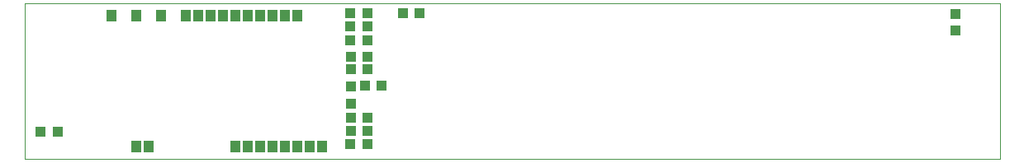
<source format=gtp>
G75*
G70*
%OFA0B0*%
%FSLAX24Y24*%
%IPPOS*%
%LPD*%
%AMOC8*
5,1,8,0,0,1.08239X$1,22.5*
%
%ADD10C,0.0000*%
%ADD11R,0.0394X0.0472*%
%ADD12R,0.0390X0.0400*%
%ADD13R,0.0400X0.0390*%
%ADD14R,0.0433X0.0394*%
%ADD15R,0.0394X0.0433*%
D10*
X003649Y000907D02*
X043019Y000907D01*
X043019Y007206D01*
X003649Y007206D01*
X003649Y000907D01*
D11*
X008169Y001425D03*
X008669Y001425D03*
X012169Y001425D03*
X012669Y001425D03*
X013169Y001425D03*
X013669Y001425D03*
X014169Y001425D03*
X014669Y001425D03*
X015169Y001425D03*
X015669Y001425D03*
X014669Y006725D03*
X014169Y006725D03*
X013669Y006725D03*
X013169Y006725D03*
X012669Y006725D03*
X012169Y006725D03*
X011669Y006725D03*
X011169Y006725D03*
X010669Y006725D03*
X010169Y006725D03*
X009169Y006725D03*
X008169Y006725D03*
X007169Y006725D03*
D12*
X016814Y006807D03*
X017483Y006807D03*
X018941Y006820D03*
X019610Y006820D03*
X017495Y005042D03*
X016826Y005042D03*
X016830Y004552D03*
X017499Y004552D03*
X017382Y003869D03*
X018052Y003869D03*
X017499Y002057D03*
X016830Y002057D03*
X004983Y002007D03*
X004314Y002007D03*
D13*
X041229Y006117D03*
X041229Y006786D03*
D14*
X017483Y006286D03*
X016814Y006286D03*
X016814Y005707D03*
X017483Y005707D03*
X017491Y002598D03*
X016822Y002598D03*
X016814Y001507D03*
X017483Y001507D03*
D15*
X016819Y003164D03*
X016819Y003833D03*
M02*

</source>
